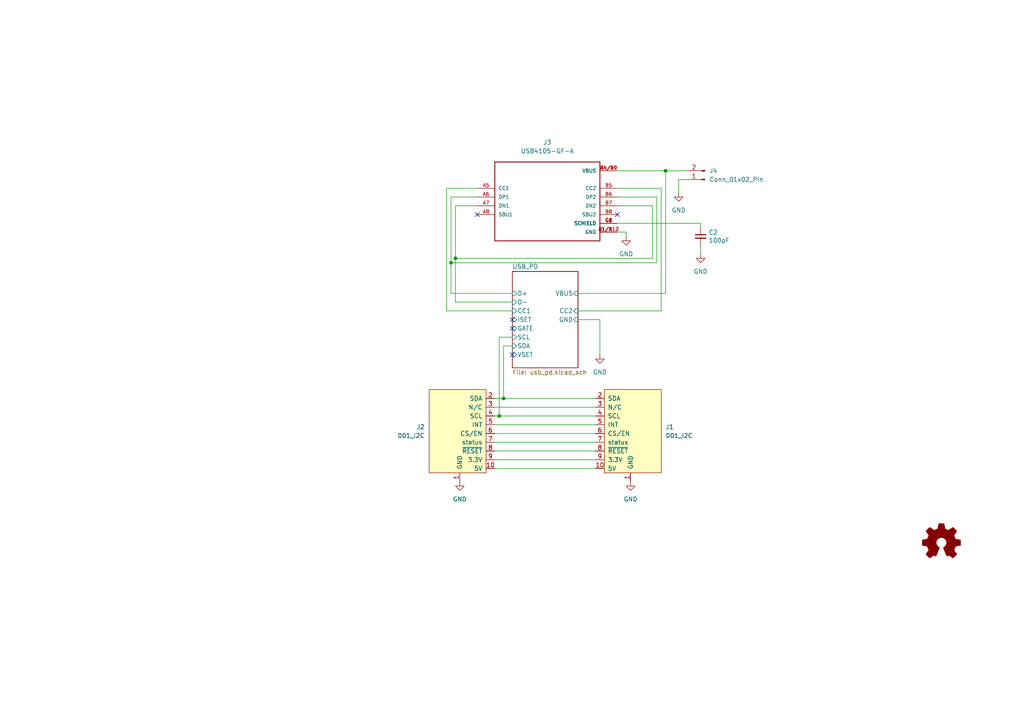
<source format=kicad_sch>
(kicad_sch (version 20230121) (generator eeschema)

  (uuid 57732dd3-1162-4c3f-88bd-31bf473d124d)

  (paper "A4")

  (lib_symbols
    (symbol "Connector:Conn_01x02_Pin" (pin_names (offset 1.016) hide) (in_bom yes) (on_board yes)
      (property "Reference" "J" (at 0 2.54 0)
        (effects (font (size 1.27 1.27)))
      )
      (property "Value" "Conn_01x02_Pin" (at 0 -5.08 0)
        (effects (font (size 1.27 1.27)))
      )
      (property "Footprint" "" (at 0 0 0)
        (effects (font (size 1.27 1.27)) hide)
      )
      (property "Datasheet" "~" (at 0 0 0)
        (effects (font (size 1.27 1.27)) hide)
      )
      (property "ki_locked" "" (at 0 0 0)
        (effects (font (size 1.27 1.27)))
      )
      (property "ki_keywords" "connector" (at 0 0 0)
        (effects (font (size 1.27 1.27)) hide)
      )
      (property "ki_description" "Generic connector, single row, 01x02, script generated" (at 0 0 0)
        (effects (font (size 1.27 1.27)) hide)
      )
      (property "ki_fp_filters" "Connector*:*_1x??_*" (at 0 0 0)
        (effects (font (size 1.27 1.27)) hide)
      )
      (symbol "Conn_01x02_Pin_1_1"
        (polyline
          (pts
            (xy 1.27 -2.54)
            (xy 0.8636 -2.54)
          )
          (stroke (width 0.1524) (type default))
          (fill (type none))
        )
        (polyline
          (pts
            (xy 1.27 0)
            (xy 0.8636 0)
          )
          (stroke (width 0.1524) (type default))
          (fill (type none))
        )
        (rectangle (start 0.8636 -2.413) (end 0 -2.667)
          (stroke (width 0.1524) (type default))
          (fill (type outline))
        )
        (rectangle (start 0.8636 0.127) (end 0 -0.127)
          (stroke (width 0.1524) (type default))
          (fill (type outline))
        )
        (pin passive line (at 5.08 0 180) (length 3.81)
          (name "Pin_1" (effects (font (size 1.27 1.27))))
          (number "1" (effects (font (size 1.27 1.27))))
        )
        (pin passive line (at 5.08 -2.54 180) (length 3.81)
          (name "Pin_2" (effects (font (size 1.27 1.27))))
          (number "2" (effects (font (size 1.27 1.27))))
        )
      )
    )
    (symbol "Device:C_Small" (pin_numbers hide) (pin_names (offset 0.254) hide) (in_bom yes) (on_board yes)
      (property "Reference" "C" (at 0.254 1.778 0)
        (effects (font (size 1.27 1.27)) (justify left))
      )
      (property "Value" "C_Small" (at 0.254 -2.032 0)
        (effects (font (size 1.27 1.27)) (justify left))
      )
      (property "Footprint" "" (at 0 0 0)
        (effects (font (size 1.27 1.27)) hide)
      )
      (property "Datasheet" "~" (at 0 0 0)
        (effects (font (size 1.27 1.27)) hide)
      )
      (property "ki_keywords" "capacitor cap" (at 0 0 0)
        (effects (font (size 1.27 1.27)) hide)
      )
      (property "ki_description" "Unpolarized capacitor, small symbol" (at 0 0 0)
        (effects (font (size 1.27 1.27)) hide)
      )
      (property "ki_fp_filters" "C_*" (at 0 0 0)
        (effects (font (size 1.27 1.27)) hide)
      )
      (symbol "C_Small_0_1"
        (polyline
          (pts
            (xy -1.524 -0.508)
            (xy 1.524 -0.508)
          )
          (stroke (width 0.3302) (type default))
          (fill (type none))
        )
        (polyline
          (pts
            (xy -1.524 0.508)
            (xy 1.524 0.508)
          )
          (stroke (width 0.3048) (type default))
          (fill (type none))
        )
      )
      (symbol "C_Small_1_1"
        (pin passive line (at 0 2.54 270) (length 2.032)
          (name "~" (effects (font (size 1.27 1.27))))
          (number "1" (effects (font (size 1.27 1.27))))
        )
        (pin passive line (at 0 -2.54 90) (length 2.032)
          (name "~" (effects (font (size 1.27 1.27))))
          (number "2" (effects (font (size 1.27 1.27))))
        )
      )
    )
    (symbol "Graphic:Logo_Open_Hardware_Small" (in_bom no) (on_board no)
      (property "Reference" "#SYM" (at 0 6.985 0)
        (effects (font (size 1.27 1.27)) hide)
      )
      (property "Value" "Logo_Open_Hardware_Small" (at 0 -5.715 0)
        (effects (font (size 1.27 1.27)) hide)
      )
      (property "Footprint" "" (at 0 0 0)
        (effects (font (size 1.27 1.27)) hide)
      )
      (property "Datasheet" "~" (at 0 0 0)
        (effects (font (size 1.27 1.27)) hide)
      )
      (property "Sim.Enable" "0" (at 0 0 0)
        (effects (font (size 1.27 1.27)) hide)
      )
      (property "ki_keywords" "Logo" (at 0 0 0)
        (effects (font (size 1.27 1.27)) hide)
      )
      (property "ki_description" "Open Hardware logo, small" (at 0 0 0)
        (effects (font (size 1.27 1.27)) hide)
      )
      (symbol "Logo_Open_Hardware_Small_0_1"
        (polyline
          (pts
            (xy 3.3528 -4.3434)
            (xy 3.302 -4.318)
            (xy 3.175 -4.2418)
            (xy 2.9972 -4.1148)
            (xy 2.7686 -3.9624)
            (xy 2.54 -3.81)
            (xy 2.3622 -3.7084)
            (xy 2.2352 -3.6068)
            (xy 2.1844 -3.5814)
            (xy 2.159 -3.6068)
            (xy 2.0574 -3.6576)
            (xy 1.905 -3.7338)
            (xy 1.8034 -3.7846)
            (xy 1.6764 -3.8354)
            (xy 1.6002 -3.8354)
            (xy 1.6002 -3.8354)
            (xy 1.5494 -3.7338)
            (xy 1.4732 -3.5306)
            (xy 1.3462 -3.302)
            (xy 1.2446 -3.0226)
            (xy 1.1176 -2.7178)
            (xy 0.9652 -2.413)
            (xy 0.8636 -2.1082)
            (xy 0.7366 -1.8288)
            (xy 0.6604 -1.6256)
            (xy 0.6096 -1.4732)
            (xy 0.5842 -1.397)
            (xy 0.5842 -1.397)
            (xy 0.6604 -1.3208)
            (xy 0.7874 -1.2446)
            (xy 1.0414 -1.016)
            (xy 1.2954 -0.6858)
            (xy 1.4478 -0.3302)
            (xy 1.524 0.0762)
            (xy 1.4732 0.4572)
            (xy 1.3208 0.8128)
            (xy 1.0668 1.143)
            (xy 0.762 1.3716)
            (xy 0.4064 1.524)
            (xy 0 1.5748)
            (xy -0.381 1.5494)
            (xy -0.7366 1.397)
            (xy -1.0668 1.143)
            (xy -1.2192 0.9906)
            (xy -1.397 0.6604)
            (xy -1.524 0.3048)
            (xy -1.524 0.2286)
            (xy -1.4986 -0.1778)
            (xy -1.397 -0.5334)
            (xy -1.1938 -0.8636)
            (xy -0.9144 -1.143)
            (xy -0.8636 -1.1684)
            (xy -0.7366 -1.27)
            (xy -0.635 -1.3462)
            (xy -0.5842 -1.397)
            (xy -1.0668 -2.5908)
            (xy -1.143 -2.794)
            (xy -1.2954 -3.1242)
            (xy -1.397 -3.4036)
            (xy -1.4986 -3.6322)
            (xy -1.5748 -3.7846)
            (xy -1.6002 -3.8354)
            (xy -1.6002 -3.8354)
            (xy -1.651 -3.8354)
            (xy -1.7272 -3.81)
            (xy -1.905 -3.7338)
            (xy -2.0066 -3.683)
            (xy -2.1336 -3.6068)
            (xy -2.2098 -3.5814)
            (xy -2.2606 -3.6068)
            (xy -2.3622 -3.683)
            (xy -2.54 -3.81)
            (xy -2.7686 -3.9624)
            (xy -2.9718 -4.0894)
            (xy -3.1496 -4.2164)
            (xy -3.302 -4.318)
            (xy -3.3528 -4.3434)
            (xy -3.3782 -4.3434)
            (xy -3.429 -4.318)
            (xy -3.5306 -4.2164)
            (xy -3.7084 -4.064)
            (xy -3.937 -3.8354)
            (xy -3.9624 -3.81)
            (xy -4.1656 -3.6068)
            (xy -4.318 -3.4544)
            (xy -4.4196 -3.3274)
            (xy -4.445 -3.2766)
            (xy -4.445 -3.2766)
            (xy -4.4196 -3.2258)
            (xy -4.318 -3.0734)
            (xy -4.2164 -2.8956)
            (xy -4.064 -2.667)
            (xy -3.6576 -2.0828)
            (xy -3.8862 -1.5494)
            (xy -3.937 -1.3716)
            (xy -4.0386 -1.1684)
            (xy -4.0894 -1.0414)
            (xy -4.1148 -0.9652)
            (xy -4.191 -0.9398)
            (xy -4.318 -0.9144)
            (xy -4.5466 -0.8636)
            (xy -4.8006 -0.8128)
            (xy -5.0546 -0.7874)
            (xy -5.2578 -0.7366)
            (xy -5.4356 -0.7112)
            (xy -5.5118 -0.6858)
            (xy -5.5118 -0.6858)
            (xy -5.5372 -0.635)
            (xy -5.5372 -0.5588)
            (xy -5.5372 -0.4318)
            (xy -5.5626 -0.2286)
            (xy -5.5626 0.0762)
            (xy -5.5626 0.127)
            (xy -5.5372 0.4064)
            (xy -5.5372 0.635)
            (xy -5.5372 0.762)
            (xy -5.5372 0.8382)
            (xy -5.5372 0.8382)
            (xy -5.461 0.8382)
            (xy -5.3086 0.889)
            (xy -5.08 0.9144)
            (xy -4.826 0.9652)
            (xy -4.8006 0.9906)
            (xy -4.5466 1.0414)
            (xy -4.318 1.0668)
            (xy -4.1656 1.1176)
            (xy -4.0894 1.143)
            (xy -4.0894 1.143)
            (xy -4.0386 1.2446)
            (xy -3.9624 1.4224)
            (xy -3.8608 1.6256)
            (xy -3.7846 1.8288)
            (xy -3.7084 2.0066)
            (xy -3.6576 2.159)
            (xy -3.6322 2.2098)
            (xy -3.6322 2.2098)
            (xy -3.683 2.286)
            (xy -3.7592 2.413)
            (xy -3.8862 2.5908)
            (xy -4.064 2.8194)
            (xy -4.064 2.8448)
            (xy -4.2164 3.0734)
            (xy -4.3434 3.2512)
            (xy -4.4196 3.3782)
            (xy -4.445 3.4544)
            (xy -4.445 3.4544)
            (xy -4.3942 3.5052)
            (xy -4.2926 3.6322)
            (xy -4.1148 3.81)
            (xy -3.937 4.0132)
            (xy -3.8608 4.064)
            (xy -3.6576 4.2926)
            (xy -3.5052 4.4196)
            (xy -3.4036 4.4958)
            (xy -3.3528 4.5212)
            (xy -3.3528 4.5212)
            (xy -3.302 4.4704)
            (xy -3.1496 4.3688)
            (xy -2.9718 4.2418)
            (xy -2.7432 4.0894)
            (xy -2.7178 4.0894)
            (xy -2.4892 3.937)
            (xy -2.3114 3.81)
            (xy -2.1844 3.7084)
            (xy -2.1336 3.683)
            (xy -2.1082 3.683)
            (xy -2.032 3.7084)
            (xy -1.8542 3.7592)
            (xy -1.6764 3.8354)
            (xy -1.4732 3.937)
            (xy -1.27 4.0132)
            (xy -1.143 4.064)
            (xy -1.0668 4.1148)
            (xy -1.0668 4.1148)
            (xy -1.0414 4.191)
            (xy -1.016 4.3434)
            (xy -0.9652 4.572)
            (xy -0.9144 4.8514)
            (xy -0.889 4.9022)
            (xy -0.8382 5.1562)
            (xy -0.8128 5.3848)
            (xy -0.7874 5.5372)
            (xy -0.762 5.588)
            (xy -0.7112 5.6134)
            (xy -0.5842 5.6134)
            (xy -0.4064 5.6134)
            (xy -0.1524 5.6134)
            (xy 0.0762 5.6134)
            (xy 0.3302 5.6134)
            (xy 0.5334 5.6134)
            (xy 0.6858 5.588)
            (xy 0.7366 5.588)
            (xy 0.7366 5.588)
            (xy 0.762 5.5118)
            (xy 0.8128 5.334)
            (xy 0.8382 5.1054)
            (xy 0.9144 4.826)
            (xy 0.9144 4.7752)
            (xy 0.9652 4.5212)
            (xy 1.016 4.2926)
            (xy 1.0414 4.1402)
            (xy 1.0668 4.0894)
            (xy 1.0668 4.0894)
            (xy 1.1938 4.0386)
            (xy 1.3716 3.9624)
            (xy 1.5748 3.8608)
            (xy 2.0828 3.6576)
            (xy 2.7178 4.0894)
            (xy 2.7686 4.1402)
            (xy 2.9972 4.2926)
            (xy 3.175 4.4196)
            (xy 3.302 4.4958)
            (xy 3.3782 4.5212)
            (xy 3.3782 4.5212)
            (xy 3.429 4.4704)
            (xy 3.556 4.3434)
            (xy 3.7338 4.191)
            (xy 3.9116 3.9878)
            (xy 4.064 3.8354)
            (xy 4.2418 3.6576)
            (xy 4.3434 3.556)
            (xy 4.4196 3.4798)
            (xy 4.4196 3.429)
            (xy 4.4196 3.4036)
            (xy 4.3942 3.3274)
            (xy 4.2926 3.2004)
            (xy 4.1656 2.9972)
            (xy 4.0132 2.794)
            (xy 3.8862 2.5908)
            (xy 3.7592 2.3876)
            (xy 3.6576 2.2352)
            (xy 3.6322 2.159)
            (xy 3.6322 2.1336)
            (xy 3.683 2.0066)
            (xy 3.7592 1.8288)
            (xy 3.8608 1.6002)
            (xy 4.064 1.1176)
            (xy 4.3942 1.0414)
            (xy 4.5974 1.016)
            (xy 4.8768 0.9652)
            (xy 5.1308 0.9144)
            (xy 5.5372 0.8382)
            (xy 5.5626 -0.6604)
            (xy 5.4864 -0.6858)
            (xy 5.4356 -0.6858)
            (xy 5.2832 -0.7366)
            (xy 5.0546 -0.762)
            (xy 4.8006 -0.8128)
            (xy 4.5974 -0.8636)
            (xy 4.3688 -0.9144)
            (xy 4.2164 -0.9398)
            (xy 4.1402 -0.9398)
            (xy 4.1148 -0.9652)
            (xy 4.064 -1.0668)
            (xy 3.9878 -1.2446)
            (xy 3.9116 -1.4478)
            (xy 3.81 -1.651)
            (xy 3.7338 -1.8542)
            (xy 3.683 -2.0066)
            (xy 3.6576 -2.0828)
            (xy 3.683 -2.1336)
            (xy 3.7846 -2.2606)
            (xy 3.8862 -2.4638)
            (xy 4.0386 -2.667)
            (xy 4.191 -2.8956)
            (xy 4.318 -3.0734)
            (xy 4.3942 -3.2004)
            (xy 4.445 -3.2766)
            (xy 4.4196 -3.3274)
            (xy 4.3434 -3.429)
            (xy 4.1656 -3.5814)
            (xy 3.937 -3.8354)
            (xy 3.8862 -3.8608)
            (xy 3.683 -4.064)
            (xy 3.5306 -4.2164)
            (xy 3.4036 -4.318)
            (xy 3.3528 -4.3434)
          )
          (stroke (width 0) (type default))
          (fill (type outline))
        )
      )
    )
    (symbol "b051:USB4105-GF-A" (pin_names (offset 1.016)) (in_bom yes) (on_board yes)
      (property "Reference" "J2" (at 0 16.9418 0)
        (effects (font (size 1.27 1.27)))
      )
      (property "Value" "USB4105-GF-A" (at 0 14.6304 0)
        (effects (font (size 1.27 1.27)))
      )
      (property "Footprint" "b051:GCT_USB4105-GF-A" (at 0 0 0)
        (effects (font (size 1.27 1.27)) (justify left bottom) hide)
      )
      (property "Datasheet" "" (at 0 0 0)
        (effects (font (size 1.27 1.27)) (justify left bottom) hide)
      )
      (symbol "USB4105-GF-A_0_0"
        (polyline
          (pts
            (xy -15.24 -10.16)
            (xy -15.24 12.7)
          )
          (stroke (width 0.254) (type default))
          (fill (type none))
        )
        (polyline
          (pts
            (xy -15.24 12.7)
            (xy 15.24 12.7)
          )
          (stroke (width 0.254) (type default))
          (fill (type none))
        )
        (polyline
          (pts
            (xy 15.24 -10.16)
            (xy -15.24 -10.16)
          )
          (stroke (width 0.254) (type default))
          (fill (type none))
        )
        (polyline
          (pts
            (xy 15.24 12.7)
            (xy 15.24 -10.16)
          )
          (stroke (width 0.254) (type default))
          (fill (type none))
        )
        (pin power_in line (at 20.32 -7.62 180) (length 5.08)
          (name "GND" (effects (font (size 1.016 1.016))))
          (number "A1/B12" (effects (font (size 1.016 1.016))))
        )
        (pin power_in line (at 20.32 10.16 180) (length 5.08)
          (name "VBUS" (effects (font (size 1.016 1.016))))
          (number "A4/B9" (effects (font (size 1.016 1.016))))
        )
        (pin bidirectional line (at -20.32 5.08 0) (length 5.08)
          (name "CC1" (effects (font (size 1.016 1.016))))
          (number "A5" (effects (font (size 1.016 1.016))))
        )
        (pin bidirectional line (at -20.32 2.54 0) (length 5.08)
          (name "DP1" (effects (font (size 1.016 1.016))))
          (number "A6" (effects (font (size 1.016 1.016))))
        )
        (pin bidirectional line (at -20.32 0 0) (length 5.08)
          (name "DN1" (effects (font (size 1.016 1.016))))
          (number "A7" (effects (font (size 1.016 1.016))))
        )
        (pin bidirectional line (at -20.32 -2.54 0) (length 5.08)
          (name "SBU1" (effects (font (size 1.016 1.016))))
          (number "A8" (effects (font (size 1.016 1.016))))
        )
        (pin power_in line (at 20.32 -7.62 180) (length 5.08)
          (name "GND" (effects (font (size 1.016 1.016))))
          (number "B1/A12" (effects (font (size 1.016 1.016))))
        )
        (pin power_in line (at 20.32 10.16 180) (length 5.08)
          (name "VBUS" (effects (font (size 1.016 1.016))))
          (number "B4/A9" (effects (font (size 1.016 1.016))))
        )
        (pin bidirectional line (at 20.32 5.08 180) (length 5.08)
          (name "CC2" (effects (font (size 1.016 1.016))))
          (number "B5" (effects (font (size 1.016 1.016))))
        )
        (pin bidirectional line (at 20.32 2.54 180) (length 5.08)
          (name "DP2" (effects (font (size 1.016 1.016))))
          (number "B6" (effects (font (size 1.016 1.016))))
        )
        (pin bidirectional line (at 20.32 0 180) (length 5.08)
          (name "DN2" (effects (font (size 1.016 1.016))))
          (number "B7" (effects (font (size 1.016 1.016))))
        )
        (pin bidirectional line (at 20.32 -2.54 180) (length 5.08)
          (name "SBU2" (effects (font (size 1.016 1.016))))
          (number "B8" (effects (font (size 1.016 1.016))))
        )
        (pin power_in line (at 20.32 -5.08 180) (length 5.08)
          (name "SCHIELD" (effects (font (size 1.016 1.016))))
          (number "G1" (effects (font (size 1.016 1.016))))
        )
        (pin power_in line (at 20.32 -5.08 180) (length 5.08)
          (name "SCHIELD" (effects (font (size 1.016 1.016))))
          (number "G2" (effects (font (size 1.016 1.016))))
        )
        (pin power_in line (at 20.32 -5.08 180) (length 5.08)
          (name "SCHIELD" (effects (font (size 1.016 1.016))))
          (number "G3" (effects (font (size 1.016 1.016))))
        )
        (pin power_in line (at 20.32 -5.08 180) (length 5.08)
          (name "SCHIELD" (effects (font (size 1.016 1.016))))
          (number "G4" (effects (font (size 1.016 1.016))))
        )
      )
    )
    (symbol "power:GND" (power) (pin_names (offset 0)) (in_bom yes) (on_board yes)
      (property "Reference" "#PWR" (at 0 -6.35 0)
        (effects (font (size 1.27 1.27)) hide)
      )
      (property "Value" "GND" (at 0 -3.81 0)
        (effects (font (size 1.27 1.27)))
      )
      (property "Footprint" "" (at 0 0 0)
        (effects (font (size 1.27 1.27)) hide)
      )
      (property "Datasheet" "" (at 0 0 0)
        (effects (font (size 1.27 1.27)) hide)
      )
      (property "ki_keywords" "global power" (at 0 0 0)
        (effects (font (size 1.27 1.27)) hide)
      )
      (property "ki_description" "Power symbol creates a global label with name \"GND\" , ground" (at 0 0 0)
        (effects (font (size 1.27 1.27)) hide)
      )
      (symbol "GND_0_1"
        (polyline
          (pts
            (xy 0 0)
            (xy 0 -1.27)
            (xy 1.27 -1.27)
            (xy 0 -2.54)
            (xy -1.27 -1.27)
            (xy 0 -1.27)
          )
          (stroke (width 0) (type default))
          (fill (type none))
        )
      )
      (symbol "GND_1_1"
        (pin power_in line (at 0 0 270) (length 0) hide
          (name "GND" (effects (font (size 1.27 1.27))))
          (number "1" (effects (font (size 1.27 1.27))))
        )
      )
    )
    (symbol "put_on_edge:001_I2C" (pin_names (offset 1.016)) (in_bom yes) (on_board yes)
      (property "Reference" "J" (at -2.54 13.97 0)
        (effects (font (size 1.27 1.27)))
      )
      (property "Value" "001_I2C" (at 8.89 13.97 0)
        (effects (font (size 1.27 1.27)))
      )
      (property "Footprint" "" (at 7.62 16.51 0)
        (effects (font (size 1.27 1.27)) hide)
      )
      (property "Datasheet" "" (at 7.62 16.51 0)
        (effects (font (size 1.27 1.27)) hide)
      )
      (symbol "001_I2C_0_1"
        (rectangle (start -8.89 12.7) (end 7.62 -11.43)
          (stroke (width 0) (type default))
          (fill (type background))
        )
      )
      (symbol "001_I2C_1_1"
        (pin power_in line (at -1.27 -13.97 90) (length 2.54)
          (name "GND" (effects (font (size 1.27 1.27))))
          (number "1" (effects (font (size 1.27 1.27))))
        )
        (pin power_in line (at -11.43 -10.16 0) (length 2.54)
          (name "5V" (effects (font (size 1.27 1.27))))
          (number "10" (effects (font (size 1.27 1.27))))
        )
        (pin bidirectional line (at -11.43 10.16 0) (length 2.54)
          (name "SDA" (effects (font (size 1.27 1.27))))
          (number "2" (effects (font (size 1.27 1.27))))
        )
        (pin bidirectional line (at -11.43 7.62 0) (length 2.54)
          (name "N/C" (effects (font (size 1.27 1.27))))
          (number "3" (effects (font (size 1.27 1.27))))
        )
        (pin bidirectional line (at -11.43 5.08 0) (length 2.54)
          (name "SCL" (effects (font (size 1.27 1.27))))
          (number "4" (effects (font (size 1.27 1.27))))
        )
        (pin bidirectional line (at -11.43 2.54 0) (length 2.54)
          (name "INT" (effects (font (size 1.27 1.27))))
          (number "5" (effects (font (size 1.27 1.27))))
        )
        (pin bidirectional line (at -11.43 0 0) (length 2.54)
          (name "CS/EN" (effects (font (size 1.27 1.27))))
          (number "6" (effects (font (size 1.27 1.27))))
        )
        (pin bidirectional line (at -11.43 -2.54 0) (length 2.54)
          (name "status" (effects (font (size 1.27 1.27))))
          (number "7" (effects (font (size 1.27 1.27))))
        )
        (pin bidirectional line (at -11.43 -5.08 0) (length 2.54)
          (name "~{RESET}" (effects (font (size 1.27 1.27))))
          (number "8" (effects (font (size 1.27 1.27))))
        )
        (pin power_in line (at -11.43 -7.62 0) (length 2.54)
          (name "3.3V" (effects (font (size 1.27 1.27))))
          (number "9" (effects (font (size 1.27 1.27))))
        )
      )
    )
  )

  (junction (at 144.78 120.65) (diameter 0) (color 0 0 0 0)
    (uuid 0b63b721-faa9-4f62-9bb4-97723ab7cb4f)
  )
  (junction (at 130.81 76.2) (diameter 0) (color 0 0 0 0)
    (uuid 327f585e-b48d-429c-83ca-db52c88bb659)
  )
  (junction (at 146.05 115.57) (diameter 0) (color 0 0 0 0)
    (uuid 8e43c343-b518-4b51-b5c7-8c3bf7bebaa1)
  )
  (junction (at 132.08 74.93) (diameter 0) (color 0 0 0 0)
    (uuid a89413fb-1da6-4b79-a3f3-1ccca84eb575)
  )
  (junction (at 193.04 49.53) (diameter 0) (color 0 0 0 0)
    (uuid c87f37f8-740f-4e63-b293-101fad7b0b13)
  )

  (no_connect (at 179.07 62.23) (uuid 2231d12d-a0af-44cd-b6d6-86436871a5d1))
  (no_connect (at 138.43 62.23) (uuid 65e69263-feae-4dda-b485-833ec529fcf4))
  (no_connect (at 148.59 92.71) (uuid 7dd4c470-d070-4c9f-ba6d-6712888f52f1))
  (no_connect (at 148.59 102.87) (uuid dcbbbc5c-0d9d-4e4e-b0fb-eadc414c141a))
  (no_connect (at 148.59 95.25) (uuid e3e6da72-fa0f-4c18-a221-f97b1085eacc))

  (wire (pts (xy 132.08 59.69) (xy 138.43 59.69))
    (stroke (width 0) (type default))
    (uuid 0711e8a0-2ba1-43b7-9338-d1f543f8d392)
  )
  (wire (pts (xy 144.78 97.79) (xy 144.78 120.65))
    (stroke (width 0) (type default))
    (uuid 0b50ca4f-d76e-4dc1-81b8-b2fd56a79675)
  )
  (wire (pts (xy 191.77 90.17) (xy 191.77 54.61))
    (stroke (width 0) (type default))
    (uuid 10e6d606-1e50-4c1e-aa29-6d3ed5eca39c)
  )
  (wire (pts (xy 203.2 71.12) (xy 203.2 73.66))
    (stroke (width 0) (type default))
    (uuid 1499a566-1ecd-4087-b0a6-6ce81ae8b353)
  )
  (wire (pts (xy 148.59 90.17) (xy 129.54 90.17))
    (stroke (width 0) (type default))
    (uuid 1771ea09-6a65-4d9d-89dc-451c9c2dce73)
  )
  (wire (pts (xy 132.08 74.93) (xy 132.08 59.69))
    (stroke (width 0) (type default))
    (uuid 1a7dd758-1009-42c2-a50a-9c319f218386)
  )
  (wire (pts (xy 203.2 64.77) (xy 203.2 66.04))
    (stroke (width 0) (type default))
    (uuid 2a1e8634-cb67-4765-a985-87a7a0ee2e9f)
  )
  (wire (pts (xy 167.64 85.09) (xy 193.04 85.09))
    (stroke (width 0) (type default))
    (uuid 2c5696ae-beda-4003-81dc-f1afdb724169)
  )
  (wire (pts (xy 130.81 76.2) (xy 130.81 57.15))
    (stroke (width 0) (type default))
    (uuid 2e6363bb-fafc-43b2-a9e1-34c53694c562)
  )
  (wire (pts (xy 132.08 74.93) (xy 132.08 87.63))
    (stroke (width 0) (type default))
    (uuid 35cc0df8-d155-40cb-ae87-2084c6266c13)
  )
  (wire (pts (xy 193.04 85.09) (xy 193.04 49.53))
    (stroke (width 0) (type default))
    (uuid 3848a8f8-5bdf-4a08-9fa0-00148c64f00d)
  )
  (wire (pts (xy 179.07 54.61) (xy 191.77 54.61))
    (stroke (width 0) (type default))
    (uuid 40f9f641-12ee-41ef-b173-818beb5cf51f)
  )
  (wire (pts (xy 146.05 115.57) (xy 172.72 115.57))
    (stroke (width 0) (type default))
    (uuid 411cbb6f-3f7f-49a2-b32a-4f4dcd493459)
  )
  (wire (pts (xy 181.61 68.58) (xy 181.61 67.31))
    (stroke (width 0) (type default))
    (uuid 473fe2ac-f898-4bb9-8d9b-47a291784834)
  )
  (wire (pts (xy 148.59 100.33) (xy 146.05 100.33))
    (stroke (width 0) (type default))
    (uuid 4c196369-1e62-4f51-bce4-82cc00d1691c)
  )
  (wire (pts (xy 181.61 67.31) (xy 179.07 67.31))
    (stroke (width 0) (type default))
    (uuid 53d5526f-7985-48db-baf6-b57d676632bc)
  )
  (wire (pts (xy 179.07 57.15) (xy 190.5 57.15))
    (stroke (width 0) (type default))
    (uuid 57d606e2-b67a-4297-b19e-9eca48caf275)
  )
  (wire (pts (xy 190.5 76.2) (xy 130.81 76.2))
    (stroke (width 0) (type default))
    (uuid 5932350c-fb0e-4617-b163-bcf71427e930)
  )
  (wire (pts (xy 143.51 133.35) (xy 172.72 133.35))
    (stroke (width 0) (type default))
    (uuid 5c5c5419-158b-4159-893e-3960a3218b05)
  )
  (wire (pts (xy 173.99 102.87) (xy 173.99 92.71))
    (stroke (width 0) (type default))
    (uuid 61187265-6252-4610-ad47-c259a6a9b5bc)
  )
  (wire (pts (xy 143.51 123.19) (xy 172.72 123.19))
    (stroke (width 0) (type default))
    (uuid 6511a77a-2e9e-4046-b7fa-5975d6c4db0f)
  )
  (wire (pts (xy 129.54 54.61) (xy 138.43 54.61))
    (stroke (width 0) (type default))
    (uuid 6cad4b48-a30c-4b38-94ed-c238f26f73c0)
  )
  (wire (pts (xy 189.23 59.69) (xy 189.23 74.93))
    (stroke (width 0) (type default))
    (uuid 73f515b0-75ae-4da0-95cb-adaa0d85bf6e)
  )
  (wire (pts (xy 173.99 92.71) (xy 167.64 92.71))
    (stroke (width 0) (type default))
    (uuid 78e3f663-dae3-4640-8337-10ce896333f3)
  )
  (wire (pts (xy 143.51 120.65) (xy 144.78 120.65))
    (stroke (width 0) (type default))
    (uuid 893db009-5ac0-4223-b4d8-634623d67f11)
  )
  (wire (pts (xy 129.54 90.17) (xy 129.54 54.61))
    (stroke (width 0) (type default))
    (uuid 8e328cfd-6592-48f5-918f-aadf9fb43ed2)
  )
  (wire (pts (xy 143.51 125.73) (xy 172.72 125.73))
    (stroke (width 0) (type default))
    (uuid 90cfe6b8-e972-4feb-8e5b-99295028d7d4)
  )
  (wire (pts (xy 193.04 49.53) (xy 199.39 49.53))
    (stroke (width 0) (type default))
    (uuid 91c4f2b7-fd99-428c-88d1-17684ed389a2)
  )
  (wire (pts (xy 196.85 52.07) (xy 199.39 52.07))
    (stroke (width 0) (type default))
    (uuid 9d2aff2f-4744-46f2-b5b0-4b6330276e40)
  )
  (wire (pts (xy 179.07 49.53) (xy 193.04 49.53))
    (stroke (width 0) (type default))
    (uuid a12395ee-b37e-4363-8792-122aec2925bd)
  )
  (wire (pts (xy 146.05 100.33) (xy 146.05 115.57))
    (stroke (width 0) (type default))
    (uuid a4efd82d-55c4-4049-be80-ba665efc29b1)
  )
  (wire (pts (xy 143.51 115.57) (xy 146.05 115.57))
    (stroke (width 0) (type default))
    (uuid b62def88-ef60-49ab-a93d-841772a75327)
  )
  (wire (pts (xy 143.51 128.27) (xy 172.72 128.27))
    (stroke (width 0) (type default))
    (uuid b9c96bc6-1a43-4952-bb3a-067f78abf0f8)
  )
  (wire (pts (xy 190.5 57.15) (xy 190.5 76.2))
    (stroke (width 0) (type default))
    (uuid bc426007-e2f3-42b4-a813-ad62ae975cba)
  )
  (wire (pts (xy 148.59 85.09) (xy 130.81 85.09))
    (stroke (width 0) (type default))
    (uuid bf3e185b-e4f4-4012-aa61-114843d4a816)
  )
  (wire (pts (xy 179.07 59.69) (xy 189.23 59.69))
    (stroke (width 0) (type default))
    (uuid c4313e7b-b455-44cb-854c-146114236fd9)
  )
  (wire (pts (xy 189.23 74.93) (xy 132.08 74.93))
    (stroke (width 0) (type default))
    (uuid c587c449-d4b0-42bb-843c-22ebb53d13ec)
  )
  (wire (pts (xy 143.51 135.89) (xy 172.72 135.89))
    (stroke (width 0) (type default))
    (uuid dbe9c5e1-5fd0-4a6c-975c-942d2b1ad0ba)
  )
  (wire (pts (xy 148.59 97.79) (xy 144.78 97.79))
    (stroke (width 0) (type default))
    (uuid dd4c9bea-aaae-4023-8faf-8a5c65bd28f4)
  )
  (wire (pts (xy 143.51 118.11) (xy 172.72 118.11))
    (stroke (width 0) (type default))
    (uuid de2e568e-28ef-404d-bf57-8cf13fc32f1a)
  )
  (wire (pts (xy 130.81 85.09) (xy 130.81 76.2))
    (stroke (width 0) (type default))
    (uuid de3345e6-edc3-43d4-b35d-64ab717fba93)
  )
  (wire (pts (xy 143.51 130.81) (xy 172.72 130.81))
    (stroke (width 0) (type default))
    (uuid e1634513-c591-4a7e-bad8-46466e890a63)
  )
  (wire (pts (xy 132.08 87.63) (xy 148.59 87.63))
    (stroke (width 0) (type default))
    (uuid e6c79811-7a3d-4b18-97c4-14524c3cb8a7)
  )
  (wire (pts (xy 196.85 55.88) (xy 196.85 52.07))
    (stroke (width 0) (type default))
    (uuid e7701565-18dd-4d0e-9d9b-06f35597f6aa)
  )
  (wire (pts (xy 144.78 120.65) (xy 172.72 120.65))
    (stroke (width 0) (type default))
    (uuid ebe1d9a6-021f-45af-9b26-ae079366a256)
  )
  (wire (pts (xy 179.07 64.77) (xy 203.2 64.77))
    (stroke (width 0) (type default))
    (uuid ec7bc52d-75a9-464e-bd99-3c7915826bc0)
  )
  (wire (pts (xy 130.81 57.15) (xy 138.43 57.15))
    (stroke (width 0) (type default))
    (uuid f701ac0b-2fe8-4e8a-bbc1-247e45ddec3d)
  )
  (wire (pts (xy 167.64 90.17) (xy 191.77 90.17))
    (stroke (width 0) (type default))
    (uuid f7f8a3e9-1340-4bca-a31a-d87fc1bdbd81)
  )

  (symbol (lib_id "b051:USB4105-GF-A") (at 158.75 59.69 0) (unit 1)
    (in_bom yes) (on_board yes) (dnp no) (fields_autoplaced)
    (uuid 252ffd2b-b09e-4345-bb5e-37ed93c3801f)
    (property "Reference" "J1" (at 158.75 41.275 0)
      (effects (font (size 1.27 1.27)))
    )
    (property "Value" "USB4105-GF-A" (at 158.75 43.815 0)
      (effects (font (size 1.27 1.27)))
    )
    (property "Footprint" "b051:GCT_USB4105-GF-A" (at 158.75 59.69 0)
      (effects (font (size 1.27 1.27)) (justify left bottom) hide)
    )
    (property "Datasheet" "" (at 158.75 59.69 0)
      (effects (font (size 1.27 1.27)) (justify left bottom) hide)
    )
    (pin "A1/B12" (uuid 38604ec3-faf9-4336-97f6-2112d9f6362a))
    (pin "A4/B9" (uuid 0550be50-d6cc-4052-874e-84448eabdf8b))
    (pin "A5" (uuid 18dc6f40-369d-4996-bf9e-472d9e0378ad))
    (pin "A6" (uuid d8f6dddb-5e74-40d9-90c0-1e6c0ed2b746))
    (pin "A7" (uuid 43919430-8ef9-46c9-8733-3aff4dfd7d56))
    (pin "A8" (uuid 9cf7cc17-d7c4-4425-97ae-c931447f5e86))
    (pin "B1/A12" (uuid 908f7a70-a5f8-4591-9bf6-4046498e625f))
    (pin "B4/A9" (uuid 930f5052-2137-427f-b1bc-8cad5bbf275b))
    (pin "B5" (uuid 9126d8d9-39b5-46c9-9857-ee90898a6850))
    (pin "B6" (uuid 393a11bb-a882-4c36-bc87-b8788ce05656))
    (pin "B7" (uuid 04ffa596-b79c-41df-9145-9974b7d0bfda))
    (pin "B8" (uuid 1acaeeb3-6317-4cca-8d5f-bb777cfa3824))
    (pin "G1" (uuid 9c7d6ec5-9e6b-40c4-861a-7e1d0bd9e375))
    (pin "G2" (uuid 4e24262e-237a-4c9c-8391-28ce4ab30392))
    (pin "G3" (uuid c1099aed-f9cc-4384-a39a-b75045b494e5))
    (pin "G4" (uuid fb1ea75d-b5d2-437f-956e-b550555c6f27))
    (instances
      (project "board"
        (path "/57732dd3-1162-4c3f-88bd-31bf473d124d"
          (reference "J3") (unit 1)
        )
      )
    )
  )

  (symbol (lib_id "Device:C_Small") (at 203.2 68.58 0) (unit 1)
    (in_bom yes) (on_board yes) (dnp no)
    (uuid 2e3fafb4-0818-4dff-8fe9-c5397612208c)
    (property "Reference" "C19" (at 205.5368 67.4116 0)
      (effects (font (size 1.27 1.27)) (justify left))
    )
    (property "Value" "100pF" (at 205.5368 69.723 0)
      (effects (font (size 1.27 1.27)) (justify left))
    )
    (property "Footprint" "Capacitor_SMD:C_0402_1005Metric" (at 203.2 68.58 0)
      (effects (font (size 1.27 1.27)) hide)
    )
    (property "Datasheet" "~" (at 203.2 68.58 0)
      (effects (font (size 1.27 1.27)) hide)
    )
    (pin "1" (uuid 1c95422d-e0fe-42e4-9899-6d242c179ed3))
    (pin "2" (uuid 204092c3-a11d-48b4-9335-dff2ccb66bbf))
    (instances
      (project "board"
        (path "/57732dd3-1162-4c3f-88bd-31bf473d124d"
          (reference "C2") (unit 1)
        )
      )
    )
  )

  (symbol (lib_id "put_on_edge:001_I2C") (at 184.15 125.73 0) (unit 1)
    (in_bom yes) (on_board yes) (dnp no) (fields_autoplaced)
    (uuid 3fac5313-23dc-48ad-aa11-658df57f2af6)
    (property "Reference" "J1" (at 193.04 123.825 0)
      (effects (font (size 1.27 1.27)) (justify left))
    )
    (property "Value" "001_I2C" (at 193.04 126.365 0)
      (effects (font (size 1.27 1.27)) (justify left))
    )
    (property "Footprint" "on_edge:on_edge_2x05_host" (at 191.77 109.22 0)
      (effects (font (size 1.27 1.27)) hide)
    )
    (property "Datasheet" "" (at 191.77 109.22 0)
      (effects (font (size 1.27 1.27)) hide)
    )
    (pin "9" (uuid 77aadddf-d169-4eb2-8ea8-4b9bd95f42b7))
    (pin "4" (uuid c79b8cce-9afa-4c4a-8882-29ae787373a2))
    (pin "2" (uuid 5eadaf6b-a848-4a46-8b16-7229d40a06e4))
    (pin "5" (uuid ea398287-bbe0-42f3-852c-7467e40c7abb))
    (pin "10" (uuid 6141c642-1490-4102-a491-bddc3f6c38e7))
    (pin "8" (uuid 3f76402e-49d5-4864-a719-f4e4713684fb))
    (pin "3" (uuid 1d51c933-b56e-49d3-8aff-c4aa2c582deb))
    (pin "1" (uuid e648e688-e630-4c76-bb01-c949e853daf0))
    (pin "6" (uuid 688be588-da33-49b3-88ea-bd3e841de2d3))
    (pin "7" (uuid a6d58bd1-e140-432f-b84f-0f98f6024ad0))
    (instances
      (project "board"
        (path "/57732dd3-1162-4c3f-88bd-31bf473d124d"
          (reference "J1") (unit 1)
        )
      )
    )
  )

  (symbol (lib_id "power:GND") (at 182.88 139.7 0) (unit 1)
    (in_bom yes) (on_board yes) (dnp no) (fields_autoplaced)
    (uuid 971afa99-5d33-4a72-a8e1-edd3c45138ed)
    (property "Reference" "#PWR0101" (at 182.88 146.05 0)
      (effects (font (size 1.27 1.27)) hide)
    )
    (property "Value" "GND" (at 182.88 144.78 0)
      (effects (font (size 1.27 1.27)))
    )
    (property "Footprint" "" (at 182.88 139.7 0)
      (effects (font (size 1.27 1.27)) hide)
    )
    (property "Datasheet" "" (at 182.88 139.7 0)
      (effects (font (size 1.27 1.27)) hide)
    )
    (pin "1" (uuid 0e12e353-ffd6-4e27-8957-653e209f57b0))
    (instances
      (project "board"
        (path "/57732dd3-1162-4c3f-88bd-31bf473d124d"
          (reference "#PWR0101") (unit 1)
        )
      )
    )
  )

  (symbol (lib_id "Connector:Conn_01x02_Pin") (at 204.47 52.07 180) (unit 1)
    (in_bom yes) (on_board yes) (dnp no) (fields_autoplaced)
    (uuid a8b47108-58b6-4afb-a813-c7e8c1c6634f)
    (property "Reference" "J4" (at 205.74 49.53 0)
      (effects (font (size 1.27 1.27)) (justify right))
    )
    (property "Value" "Conn_01x02_Pin" (at 205.74 52.07 0)
      (effects (font (size 1.27 1.27)) (justify right))
    )
    (property "Footprint" "Connector_PinHeader_2.54mm:PinHeader_1x02_P2.54mm_Vertical" (at 204.47 52.07 0)
      (effects (font (size 1.27 1.27)) hide)
    )
    (property "Datasheet" "~" (at 204.47 52.07 0)
      (effects (font (size 1.27 1.27)) hide)
    )
    (pin "1" (uuid e2384b7f-b095-4ed2-92d8-31b5f5e01839))
    (pin "2" (uuid f18265b3-ec53-4715-b3b6-f1d0b3685cc9))
    (instances
      (project "board"
        (path "/57732dd3-1162-4c3f-88bd-31bf473d124d"
          (reference "J4") (unit 1)
        )
      )
    )
  )

  (symbol (lib_id "power:GND") (at 173.99 102.87 0) (unit 1)
    (in_bom yes) (on_board yes) (dnp no) (fields_autoplaced)
    (uuid b5f7f8d6-6116-4bb6-82e4-47f3c9a1696a)
    (property "Reference" "#PWR04" (at 173.99 109.22 0)
      (effects (font (size 1.27 1.27)) hide)
    )
    (property "Value" "GND" (at 173.99 107.95 0)
      (effects (font (size 1.27 1.27)))
    )
    (property "Footprint" "" (at 173.99 102.87 0)
      (effects (font (size 1.27 1.27)) hide)
    )
    (property "Datasheet" "" (at 173.99 102.87 0)
      (effects (font (size 1.27 1.27)) hide)
    )
    (pin "1" (uuid 70e35dc6-35d7-4568-b3fa-9278614b3067))
    (instances
      (project "board"
        (path "/57732dd3-1162-4c3f-88bd-31bf473d124d"
          (reference "#PWR04") (unit 1)
        )
      )
    )
  )

  (symbol (lib_id "Graphic:Logo_Open_Hardware_Small") (at 273.05 157.48 0) (unit 1)
    (in_bom yes) (on_board yes) (dnp no) (fields_autoplaced)
    (uuid b72b6f4a-7489-40f2-bb90-d75ae01aa368)
    (property "Reference" "LOGO1" (at 273.05 150.495 0)
      (effects (font (size 1.27 1.27)) hide)
    )
    (property "Value" "Logo_Open_Hardware_Small" (at 273.05 163.195 0)
      (effects (font (size 1.27 1.27)) hide)
    )
    (property "Footprint" "Symbol:OSHW-Symbol_6.7x6mm_SilkScreen" (at 273.05 157.48 0)
      (effects (font (size 1.27 1.27)) hide)
    )
    (property "Datasheet" "~" (at 273.05 157.48 0)
      (effects (font (size 1.27 1.27)) hide)
    )
    (property "Sim.Enable" "0" (at 273.05 157.48 0)
      (effects (font (size 1.27 1.27)) hide)
    )
    (instances
      (project "board"
        (path "/57732dd3-1162-4c3f-88bd-31bf473d124d"
          (reference "LOGO1") (unit 1)
        )
      )
    )
  )

  (symbol (lib_id "power:GND") (at 196.85 55.88 0) (unit 1)
    (in_bom yes) (on_board yes) (dnp no) (fields_autoplaced)
    (uuid d57fb7b9-0502-45b2-9f61-0e8904a4649a)
    (property "Reference" "#PWR06" (at 196.85 62.23 0)
      (effects (font (size 1.27 1.27)) hide)
    )
    (property "Value" "GND" (at 196.85 60.96 0)
      (effects (font (size 1.27 1.27)))
    )
    (property "Footprint" "" (at 196.85 55.88 0)
      (effects (font (size 1.27 1.27)) hide)
    )
    (property "Datasheet" "" (at 196.85 55.88 0)
      (effects (font (size 1.27 1.27)) hide)
    )
    (pin "1" (uuid d166fedf-49cc-4f2e-974f-e8c2636ed90b))
    (instances
      (project "board"
        (path "/57732dd3-1162-4c3f-88bd-31bf473d124d"
          (reference "#PWR06") (unit 1)
        )
      )
    )
  )

  (symbol (lib_id "power:GND") (at 133.35 139.7 0) (unit 1)
    (in_bom yes) (on_board yes) (dnp no) (fields_autoplaced)
    (uuid edc28542-4a59-472a-af24-26d38844a2dd)
    (property "Reference" "#PWR01" (at 133.35 146.05 0)
      (effects (font (size 1.27 1.27)) hide)
    )
    (property "Value" "GND" (at 133.35 144.78 0)
      (effects (font (size 1.27 1.27)))
    )
    (property "Footprint" "" (at 133.35 139.7 0)
      (effects (font (size 1.27 1.27)) hide)
    )
    (property "Datasheet" "" (at 133.35 139.7 0)
      (effects (font (size 1.27 1.27)) hide)
    )
    (pin "1" (uuid 305470ff-89d0-45ff-b06e-06a4f6ffe41f))
    (instances
      (project "board"
        (path "/57732dd3-1162-4c3f-88bd-31bf473d124d"
          (reference "#PWR01") (unit 1)
        )
      )
    )
  )

  (symbol (lib_id "put_on_edge:001_I2C") (at 132.08 125.73 0) (mirror y) (unit 1)
    (in_bom yes) (on_board yes) (dnp no)
    (uuid f098107a-235c-48d5-8d3d-0c915331d917)
    (property "Reference" "J2" (at 123.19 123.825 0)
      (effects (font (size 1.27 1.27)) (justify left))
    )
    (property "Value" "001_I2C" (at 123.19 126.365 0)
      (effects (font (size 1.27 1.27)) (justify left))
    )
    (property "Footprint" "on_edge:on_edge_2x05_device" (at 124.46 109.22 0)
      (effects (font (size 1.27 1.27)) hide)
    )
    (property "Datasheet" "" (at 124.46 109.22 0)
      (effects (font (size 1.27 1.27)) hide)
    )
    (pin "9" (uuid 6f8feb21-1a51-4646-9040-dd4d665d9137))
    (pin "4" (uuid b2c15ede-ad27-4949-b507-6d26c3b3b311))
    (pin "2" (uuid 681caaae-a460-473f-a03f-556b70fb4e5c))
    (pin "5" (uuid ceec9a18-bd60-4a7c-b5ca-8ce787c97c36))
    (pin "10" (uuid 7f09cdd4-3172-471d-a25c-c28bd14026b5))
    (pin "8" (uuid 2fe19747-a350-4103-8c78-14646be8b596))
    (pin "3" (uuid 4f5e470a-52c5-4f11-a2f2-67b08f05e935))
    (pin "1" (uuid 56c682cb-fc3a-4544-9c1f-b5e816270f58))
    (pin "6" (uuid ca3e0eaf-66ae-406d-a472-539ee4bc99f8))
    (pin "7" (uuid 8a563489-42d8-4f55-8005-e549ba9a666b))
    (instances
      (project "board"
        (path "/57732dd3-1162-4c3f-88bd-31bf473d124d"
          (reference "J2") (unit 1)
        )
      )
    )
  )

  (symbol (lib_id "power:GND") (at 181.61 68.58 0) (unit 1)
    (in_bom yes) (on_board yes) (dnp no) (fields_autoplaced)
    (uuid f1ded18e-e4bf-4988-8b7e-74b870bfb894)
    (property "Reference" "#PWR05" (at 181.61 74.93 0)
      (effects (font (size 1.27 1.27)) hide)
    )
    (property "Value" "GND" (at 181.61 73.66 0)
      (effects (font (size 1.27 1.27)))
    )
    (property "Footprint" "" (at 181.61 68.58 0)
      (effects (font (size 1.27 1.27)) hide)
    )
    (property "Datasheet" "" (at 181.61 68.58 0)
      (effects (font (size 1.27 1.27)) hide)
    )
    (pin "1" (uuid e9f24724-7e25-4163-b428-eac53c89f6b0))
    (instances
      (project "board"
        (path "/57732dd3-1162-4c3f-88bd-31bf473d124d"
          (reference "#PWR05") (unit 1)
        )
      )
    )
  )

  (symbol (lib_id "power:GND") (at 203.2 73.66 0) (unit 1)
    (in_bom yes) (on_board yes) (dnp no) (fields_autoplaced)
    (uuid f7ea9242-ea29-445c-81d1-ea31a20e612f)
    (property "Reference" "#PWR03" (at 203.2 80.01 0)
      (effects (font (size 1.27 1.27)) hide)
    )
    (property "Value" "GND" (at 203.2 78.74 0)
      (effects (font (size 1.27 1.27)))
    )
    (property "Footprint" "" (at 203.2 73.66 0)
      (effects (font (size 1.27 1.27)) hide)
    )
    (property "Datasheet" "" (at 203.2 73.66 0)
      (effects (font (size 1.27 1.27)) hide)
    )
    (pin "1" (uuid 03862341-6825-4bc6-a2c7-285feaa74701))
    (instances
      (project "board"
        (path "/57732dd3-1162-4c3f-88bd-31bf473d124d"
          (reference "#PWR03") (unit 1)
        )
      )
    )
  )

  (sheet (at 148.59 78.74) (size 19.05 27.94) (fields_autoplaced)
    (stroke (width 0.1524) (type solid))
    (fill (color 0 0 0 0.0000))
    (uuid db1ea9f8-ec5e-4c34-925e-a2d9a8cdd318)
    (property "Sheetname" "USB_PD" (at 148.59 78.0284 0)
      (effects (font (size 1.27 1.27)) (justify left bottom))
    )
    (property "Sheetfile" "usb_pd.kicad_sch" (at 148.59 107.2646 0)
      (effects (font (size 1.27 1.27)) (justify left top))
    )
    (pin "D+" input (at 148.59 85.09 180)
      (effects (font (size 1.27 1.27)) (justify left))
      (uuid 3c28454f-ce94-4314-9d60-b603d4a09290)
    )
    (pin "VBUS" input (at 167.64 85.09 0)
      (effects (font (size 1.27 1.27)) (justify right))
      (uuid f8547da0-36a5-4e68-b340-df1902656419)
    )
    (pin "D-" input (at 148.59 87.63 180)
      (effects (font (size 1.27 1.27)) (justify left))
      (uuid 626505ce-9866-44aa-8eb6-4de29bcb0129)
    )
    (pin "CC1" input (at 148.59 90.17 180)
      (effects (font (size 1.27 1.27)) (justify left))
      (uuid af45e932-e82f-4956-9387-812a3fca7ec4)
    )
    (pin "CC2" input (at 167.64 90.17 0)
      (effects (font (size 1.27 1.27)) (justify right))
      (uuid 7b56ab99-1f5a-42b1-90ac-657c8422f904)
    )
    (pin "ISET" input (at 148.59 92.71 180)
      (effects (font (size 1.27 1.27)) (justify left))
      (uuid d98d9f26-5570-46db-93a3-e2244320fad7)
    )
    (pin "GATE" input (at 148.59 95.25 180)
      (effects (font (size 1.27 1.27)) (justify left))
      (uuid 5f86a16f-df51-4645-9264-feced19d942e)
    )
    (pin "SCL" input (at 148.59 97.79 180)
      (effects (font (size 1.27 1.27)) (justify left))
      (uuid 3a486c9e-b4e8-4127-834c-0b946285a87d)
    )
    (pin "SDA" input (at 148.59 100.33 180)
      (effects (font (size 1.27 1.27)) (justify left))
      (uuid 64a346f4-cd39-4306-b6d4-46189365997b)
    )
    (pin "VSET" input (at 148.59 102.87 180)
      (effects (font (size 1.27 1.27)) (justify left))
      (uuid 411073dd-dc39-43a0-9b73-26ff56ed13ea)
    )
    (pin "GND" input (at 167.64 92.71 0)
      (effects (font (size 1.27 1.27)) (justify right))
      (uuid 7e8160dd-2ebb-45f2-af7d-141eaa894e4a)
    )
    (instances
      (project "board"
        (path "/57732dd3-1162-4c3f-88bd-31bf473d124d" (page "2"))
      )
    )
  )

  (sheet_instances
    (path "/" (page "1"))
  )
)

</source>
